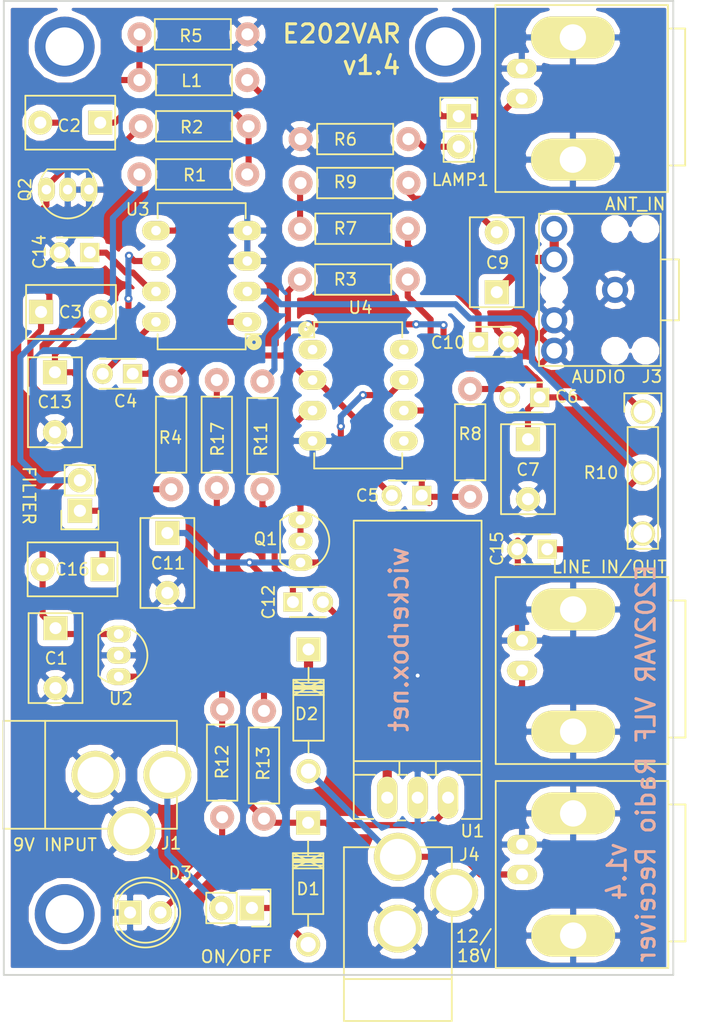
<source format=kicad_pcb>
(kicad_pcb (version 20171130) (host pcbnew "(5.1.12)-1")
  (title_block (title "E202VAR Natural Radio Receiver") (date "16 Oct 2015") (rev v1.4) (company "CERN Open Hardware License v1.2") (comment 1 jenner@wickerbox.net) (comment 2 http://wickerbox.net) (comment 3 "Wickerbox Electronics"))
  (layers (0 F.Cu signal) (31 B.Cu signal) (34 B.Paste user) (35 F.Paste user) (36 B.SilkS user) (37 F.SilkS user) (38 B.Mask user) (39 F.Mask user) (44 Edge.Cuts user))
  (net 0 "")
  (net 1 GND)
  (net 2 "Net-(BNC1-Pad1)")
  (net 3 "Net-(BNC2-Pad1)")
  (net 4 "Net-(BNC3-Pad1)")
  (net 5 +2V)
  (net 6 "Net-(C2-Pad1)")
  (net 7 "Net-(C2-Pad2)")
  (net 8 "Net-(C3-Pad1)")
  (net 9 "Net-(C4-Pad1)")
  (net 10 "Net-(C4-Pad2)")
  (net 11 "Net-(C5-Pad1)")
  (net 12 "Net-(C5-Pad2)")
  (net 13 "Net-(C6-Pad1)")
  (net 14 "Net-(C6-Pad2)")
  (net 15 "Net-(C9-Pad1)")
  (net 16 "Net-(C9-Pad2)")
  (net 17 "Net-(C10-Pad1)")
  (net 18 "Net-(C11-Pad1)")
  (net 19 "Net-(C12-Pad1)")
  (net 20 "Net-(C13-Pad1)")
  (net 21 "Net-(C15-Pad1)")
  (net 22 "Net-(C16-Pad1)")
  (net 23 "Net-(D1-Pad2)")
  (net 24 +9V)
  (net 25 "Net-(D2-Pad1)")
  (net 26 "Net-(D3-Pad2)")
  (net 27 "Net-(J1-Pad1)")
  (net 28 "Net-(LAMP1-Pad2)")
  (net 29 "Net-(R7-Pad1)")
  (net 30 "Net-(C14-Pad1)")
  (module Wickerlib:DIP-8-W7.62MM-LONGPADS (layer F.Cu) (at 88.95588 70.4596 180)
    (fp_text reference U3)
    (fp_text value NJM386 hide)
    (fp_text user %R (at 9.14908 9.38784 180) (layer F.SilkS))
    (pad 1 thru_hole oval (at 0 0 180) (size 2.3 1.6) (drill 0.8) (layers *.Cu *.Mask F.SilkS) (net 9 "Net-(C4-Pad1)"))
    (pad 2 thru_hole oval (at 0 2.54 180) (size 2.3 1.6) (drill 0.8) (layers *.Cu *.Mask F.SilkS) (net 21 "Net-(C15-Pad1)"))
    (pad 3 thru_hole oval (at 0 5.08 180) (size 2.3 1.6) (drill 0.8) (layers *.Cu *.Mask F.SilkS) (net 1 GND))
    (pad 4 thru_hole oval (at 0 7.62 180) (size 2.3 1.6) (drill 0.8) (layers *.Cu *.Mask F.SilkS) (net 1 GND))
    (pad 5 thru_hole oval (at 7.62 7.62 180) (size 2.3 1.6) (drill 0.8) (layers *.Cu *.Mask F.SilkS) (net 29 "Net-(R7-Pad1)"))
    (pad 6 thru_hole oval (at 7.62 5.08 180) (size 2.3 1.6) (drill 0.8) (layers *.Cu *.Mask F.SilkS) (net 20 "Net-(C13-Pad1)"))
    (pad 7 thru_hole oval (at 7.62 2.54 180) (size 2.3 1.6) (drill 0.8) (layers *.Cu *.Mask F.SilkS) (net 30 "Net-(C14-Pad1)"))
    (pad 8 thru_hole oval (at 7.62 0 180) (size 2.3 1.6) (drill 0.8) (layers *.Cu *.Mask F.SilkS) (net 10 "Net-(C4-Pad2)"))
  )
  (module Wickerlib:CONN-ONSHORE-SCREW-GREEN-2PIN-TH (layer F.Cu) (at 74.9808 86.21776 180)
    (fp_text reference J5)
    (fp_text value FILTER hide)
    (pad 1 thru_hole rect (at 0 0 180) (size 2.032 2.032) (drill 1.016) (layers *.Cu *.Mask F.SilkS) (net 22 "Net-(C16-Pad1)"))
    (pad 2 thru_hole oval (at 0 2.54 180) (size 2.032 2.032) (drill 1.016) (layers *.Cu *.Mask F.SilkS) (net 5 +2V))
  )
  (module Wickerlib:RES-CARBONFILM-7MM (layer F.Cu) (at 90.3478 111.91826 90)
    (fp_text reference R13)
    (fp_text value 1K hide)
    (fp_text user %R (at 4.6185 -0.0635 90) (layer F.SilkS))
    (pad 1 thru_hole circle (at 0 0 90) (size 1.99898 1.99898) (drill 1.00076) (layers *.Cu *.SilkS *.Mask) (net 24 +9V))
    (pad 2 thru_hole circle (at 9 0 90) (size 1.99898 1.99898) (drill 1.00076) (layers *.Cu *.SilkS *.Mask) (net 18 "Net-(C11-Pad1)"))
  )
  (module Wickerlib:RES-CARBONFILM-7MM (layer F.Cu) (at 80.06588 54.13248)
    (fp_text reference R2)
    (fp_text value 100K hide)
    (fp_text user %R (at 4.24942 0.08128 180) (layer F.SilkS))
    (pad 1 thru_hole circle (at 0 0) (size 1.99898 1.99898) (drill 1.00076) (layers *.Cu *.SilkS *.Mask) (net 8 "Net-(C3-Pad1)"))
    (pad 2 thru_hole circle (at 9 0) (size 1.99898 1.99898) (drill 1.00076) (layers *.Cu *.SilkS *.Mask) (net 6 "Net-(C2-Pad1)"))
  )
  (module Wickerlib:CAP-DISC-D3MM-P2.5MM (layer F.Cu) (at 79.3858 74.78776 180)
    (fp_text reference C4)
    (fp_text value 10uF hide)
    (fp_text user %R (at 0.595 -2.286) (layer F.SilkS))
    (pad 1 thru_hole rect (at 0 0 180) (size 1.6 1.6) (drill 1) (layers *.Cu *.Mask F.SilkS) (net 9 "Net-(C4-Pad1)"))
    (pad 2 thru_hole circle (at 2.5 0 180) (size 1.7 1.7) (drill 1) (layers *.Cu *.Mask F.SilkS) (net 10 "Net-(C4-Pad2)"))
  )
  (module Wickerlib:CAP-DISC-D3MM-P2.5MM (layer F.Cu) (at 103.5158 84.94776 180)
    (fp_text reference C5)
    (fp_text value 150pF hide)
    (fp_text user %R (at 4.532 0) (layer F.SilkS))
    (pad 1 thru_hole rect (at 0 0 180) (size 1.6 1.6) (drill 1) (layers *.Cu *.Mask F.SilkS) (net 11 "Net-(C5-Pad1)"))
    (pad 2 thru_hole circle (at 2.5 0 180) (size 1.7 1.7) (drill 1) (layers *.Cu *.Mask F.SilkS) (net 12 "Net-(C5-Pad2)"))
  )
  (module Wickerlib:CAP-DISC-D3MM-P2.5MM (layer F.Cu) (at 113.3583 76.75626 180)
    (fp_text reference C6)
    (fp_text value 10uF hide)
    (fp_text user %R (at -2.2625 0.0635 180) (layer F.SilkS))
    (pad 1 thru_hole rect (at 0 0 180) (size 1.6 1.6) (drill 1) (layers *.Cu *.Mask F.SilkS) (net 13 "Net-(C6-Pad1)"))
    (pad 2 thru_hole circle (at 2.5 0 180) (size 1.7 1.7) (drill 1) (layers *.Cu *.Mask F.SilkS) (net 14 "Net-(C6-Pad2)"))
  )
  (module Wickerlib:CAP-DISC-D3MM-P2.5MM (layer F.Cu) (at 108.2548 72.12076)
    (fp_text reference C10)
    (fp_text value 10nF hide)
    (fp_text user %R (at -2.54 0.0635 180) (layer F.SilkS))
    (pad 1 thru_hole rect (at 0 0) (size 1.6 1.6) (drill 1) (layers *.Cu *.Mask F.SilkS) (net 17 "Net-(C10-Pad1)"))
    (pad 2 thru_hole circle (at 2.5 0) (size 1.7 1.7) (drill 1) (layers *.Cu *.Mask F.SilkS) (net 1 GND))
  )
  (module Wickerlib:CAP-DISC-D3MM-P2.5MM (layer F.Cu) (at 92.7608 93.83776)
    (fp_text reference C12)
    (fp_text value 10uF hide)
    (fp_text user %R (at -2.032 0 270) (layer F.SilkS))
    (pad 1 thru_hole rect (at 0 0) (size 1.6 1.6) (drill 1) (layers *.Cu *.Mask F.SilkS) (net 19 "Net-(C12-Pad1)"))
    (pad 2 thru_hole circle (at 2.5 0) (size 1.7 1.7) (drill 1) (layers *.Cu *.Mask F.SilkS) (net 4 "Net-(BNC3-Pad1)"))
  )
  (module Wickerlib:CONN-ONSHORE-SCREW-GREEN-2PIN-TH (layer F.Cu) (at 89.33942 119.36476 270)
    (fp_text reference J2)
    (fp_text value ON/OFF hide)
    (pad 1 thru_hole rect (at 0 0 270) (size 2.032 2.032) (drill 1.016) (layers *.Cu *.Mask F.SilkS) (net 23 "Net-(D1-Pad2)"))
    (pad 2 thru_hole oval (at 0 2.54 270) (size 2.032 2.032) (drill 1.016) (layers *.Cu *.Mask F.SilkS) (net 27 "Net-(J1-Pad1)"))
  )
  (module Wickerlib:CONN-HEADER-STRAIGHT-P2.54MM-1x02 (layer F.Cu) (at 106.60888 53.29428)
    (fp_text reference LAMP1)
    (fp_text value NEON hide)
    (fp_text user %R (at 0.12192 5.30098 180) (layer F.SilkS))
    (pad 1 thru_hole rect (at 0 0) (size 2.032 2.032) (drill 1.016) (layers *.Cu *.Mask F.SilkS) (net 3 "Net-(BNC2-Pad1)"))
    (pad 2 thru_hole oval (at 0 2.54) (size 2.032 2.032) (drill 1.016) (layers *.Cu *.Mask F.SilkS) (net 28 "Net-(LAMP1-Pad2)"))
  )
  (module Wickerlib:TO-92-INLINE-NARROW-OVAL (layer F.Cu) (at 93.3958 87.48776 270)
    (fp_text reference Q1)
    (fp_text value BC547 hide)
    (fp_text user %R (at 1.0795 2.921 180) (layer F.SilkS))
    (pad 2 thru_hole oval (at 1.27 0 90) (size 1.4 2) (drill 0.8) (layers *.Cu *.Mask F.SilkS) (net 8 "Net-(C3-Pad1)"))
    (pad 3 thru_hole oval (at 3.048 0 90) (size 1.4 2) (drill 0.8) (layers *.Cu *.Mask F.SilkS) (net 18 "Net-(C11-Pad1)"))
    (pad 1 thru_hole oval (at -0.508 0 90) (size 1.4 2) (drill 0.8) (layers *.Cu *.Mask F.SilkS) (net 8 "Net-(C3-Pad1)"))
  )
  (module Wickerlib:TO-92-INLINE-NARROW-OVAL (layer F.Cu) (at 75.2348 59.42076 180)
    (fp_text reference Q2)
    (fp_text value BC547 hide)
    (fp_text user %R (at 4.826 0 270) (layer F.SilkS))
    (pad 2 thru_hole oval (at 1.27 0) (size 1.4 2) (drill 0.8) (layers *.Cu *.Mask F.SilkS) (net 1 GND))
    (pad 3 thru_hole oval (at 3.048 0) (size 1.4 2) (drill 0.8) (layers *.Cu *.Mask F.SilkS) (net 8 "Net-(C3-Pad1)"))
    (pad 1 thru_hole oval (at -0.508 0) (size 1.4 2) (drill 0.8) (layers *.Cu *.Mask F.SilkS) (net 1 GND))
  )
  (module Wickerlib:RES-CARBONFILM-7MM (layer F.Cu) (at 88.9508 58.15076 180)
    (fp_text reference R1)
    (fp_text value 10M hide)
    (fp_text user %R (at 4.3815 -0.0635 180) (layer F.SilkS))
    (pad 1 thru_hole circle (at 0 0 180) (size 1.99898 1.99898) (drill 1.00076) (layers *.Cu *.SilkS *.Mask) (net 6 "Net-(C2-Pad1)"))
    (pad 2 thru_hole circle (at 9 0 180) (size 1.99898 1.99898) (drill 1.00076) (layers *.Cu *.SilkS *.Mask) (net 5 +2V))
  )
  (module Wickerlib:RES-CARBONFILM-7MM (layer F.Cu) (at 93.34422 66.92392)
    (fp_text reference R3)
    (fp_text value 100K hide)
    (fp_text user %R (at 3.79808 -0.01016) (layer F.SilkS))
    (pad 1 thru_hole circle (at 0 0) (size 1.99898 1.99898) (drill 1.00076) (layers *.Cu *.SilkS *.Mask) (net 12 "Net-(C5-Pad2)"))
    (pad 2 thru_hole circle (at 9 0) (size 1.99898 1.99898) (drill 1.00076) (layers *.Cu *.SilkS *.Mask) (net 11 "Net-(C5-Pad1)"))
  )
  (module Wickerlib:RES-CARBONFILM-7MM (layer F.Cu) (at 82.6008 75.42276 270)
    (fp_text reference R4)
    (fp_text value 3.3k hide)
    (fp_text user %R (at 4.699 0.0635) (layer F.SilkS))
    (pad 1 thru_hole circle (at 0 0 270) (size 1.99898 1.99898) (drill 1.00076) (layers *.Cu *.SilkS *.Mask) (net 12 "Net-(C5-Pad2)"))
    (pad 2 thru_hole circle (at 9 0 270) (size 1.99898 1.99898) (drill 1.00076) (layers *.Cu *.SilkS *.Mask) (net 22 "Net-(C16-Pad1)"))
  )
  (module Wickerlib:RES-CARBONFILM-7MM (layer F.Cu) (at 79.96604 46.45914)
    (fp_text reference R5)
    (fp_text value 10M hide)
    (fp_text user %R (at 4.28576 0.13462) (layer F.SilkS))
    (pad 1 thru_hole circle (at 0 0) (size 1.99898 1.99898) (drill 1.00076) (layers *.Cu *.SilkS *.Mask) (net 7 "Net-(C2-Pad2)"))
    (pad 2 thru_hole circle (at 9 0) (size 1.99898 1.99898) (drill 1.00076) (layers *.Cu *.SilkS *.Mask) (net 1 GND))
  )
  (module Wickerlib:RES-CARBONFILM-7MM (layer F.Cu) (at 102.40342 55.20182 180)
    (fp_text reference R6)
    (fp_text value 100K hide)
    (fp_text user %R (at 5.26112 -0.02794 180) (layer F.SilkS))
    (pad 1 thru_hole circle (at 0 0 180) (size 1.99898 1.99898) (drill 1.00076) (layers *.Cu *.SilkS *.Mask) (net 28 "Net-(LAMP1-Pad2)"))
    (pad 2 thru_hole circle (at 9 0 180) (size 1.99898 1.99898) (drill 1.00076) (layers *.Cu *.SilkS *.Mask) (net 1 GND))
  )
  (module Wickerlib:RES-CARBONFILM-7MM (layer F.Cu) (at 93.36024 62.68466)
    (fp_text reference R7)
    (fp_text value 10 hide)
    (fp_text user %R (at 3.78206 -0.0254) (layer F.SilkS))
    (pad 1 thru_hole circle (at 0 0) (size 1.99898 1.99898) (drill 1.00076) (layers *.Cu *.SilkS *.Mask) (net 29 "Net-(R7-Pad1)"))
    (pad 2 thru_hole circle (at 9 0) (size 1.99898 1.99898) (drill 1.00076) (layers *.Cu *.SilkS *.Mask) (net 17 "Net-(C10-Pad1)"))
  )
  (module Wickerlib:HOLE-PLATED-3.2MM (layer F.Cu) (at 73.7108 47.48276)
    (fp_text reference H2)
    (fp_text value HOLE-PLATED-3.2MM hide)
    (pad 1 thru_hole circle (at 0 0) (size 5 5) (drill 3.2) (layers *.Cu *.Mask))
  )
  (module Wickerlib:HOLE-PLATED-3.2MM (layer F.Cu) (at 73.7108 119.87276)
    (fp_text reference H3)
    (fp_text value HOLE-PLATED-3.2MM hide)
    (pad 1 thru_hole circle (at 0 0) (size 5 5) (drill 3.2) (layers *.Cu *.Mask))
  )
  (module Wickerlib:HOLE-PLATED-3.2MM (layer F.Cu) (at 105.4608 47.48276)
    (fp_text reference H1)
    (fp_text value HOLE-PLATED-3.2MM hide)
    (pad 1 thru_hole circle (at 0 0) (size 5 5) (drill 3.2) (layers *.Cu *.Mask))
  )
  (module Wickerlib:RES-CARBONFILM-7MM (layer F.Cu) (at 107.5563 76.05776 270)
    (fp_text reference R8)
    (fp_text value 10K hide)
    (fp_text user %R (at 3.7465 0 180) (layer F.SilkS))
    (pad 1 thru_hole circle (at 0 0 270) (size 1.99898 1.99898) (drill 1.00076) (layers *.Cu *.SilkS *.Mask) (net 14 "Net-(C6-Pad2)"))
    (pad 2 thru_hole circle (at 9 0 270) (size 1.99898 1.99898) (drill 1.00076) (layers *.Cu *.SilkS *.Mask) (net 11 "Net-(C5-Pad1)"))
  )
  (module Wickerlib:RES-CARBONFILM-7MM (layer F.Cu) (at 102.40342 58.86704 180)
    (fp_text reference R9)
    (fp_text value 33 hide)
    (fp_text user %R (at 5.26112 0.08128 180) (layer F.SilkS))
    (pad 1 thru_hole circle (at 0 0 180) (size 1.99898 1.99898) (drill 1.00076) (layers *.Cu *.SilkS *.Mask) (net 16 "Net-(C9-Pad2)"))
    (pad 2 thru_hole circle (at 9 0 180) (size 1.99898 1.99898) (drill 1.00076) (layers *.Cu *.SilkS *.Mask) (net 29 "Net-(R7-Pad1)"))
  )
  (module Wickerlib:RES-CARBONFILM-7MM (layer F.Cu) (at 90.2208 84.42276 90)
    (fp_text reference R11)
    (fp_text value 4.7K hide)
    (fp_text user %R (at 4.174 -0.127 90) (layer F.SilkS))
    (pad 1 thru_hole circle (at 0 0 90) (size 1.99898 1.99898) (drill 1.00076) (layers *.Cu *.SilkS *.Mask) (net 19 "Net-(C12-Pad1)"))
    (pad 2 thru_hole circle (at 9 0 90) (size 1.99898 1.99898) (drill 1.00076) (layers *.Cu *.SilkS *.Mask) (net 13 "Net-(C6-Pad1)"))
  )
  (module Wickerlib:RES-CARBONFILM-7MM (layer F.Cu) (at 86.8553 102.79126 270)
    (fp_text reference R12)
    (fp_text value 2.2K hide)
    (fp_text user %R (at 4.3815 0 270) (layer F.SilkS))
    (pad 1 thru_hole circle (at 0 0 270) (size 1.99898 1.99898) (drill 1.00076) (layers *.Cu *.SilkS *.Mask) (net 24 +9V))
    (pad 2 thru_hole circle (at 9 0 270) (size 1.99898 1.99898) (drill 1.00076) (layers *.Cu *.SilkS *.Mask) (net 26 "Net-(D3-Pad2)"))
  )
  (module Wickerlib:RES-CARBONFILM-7MM (layer F.Cu) (at 86.4108 84.31276 90)
    (fp_text reference R17)
    (fp_text value 33 hide)
    (fp_text user %R (at 4.064 0.0635 270) (layer F.SilkS))
    (pad 1 thru_hole circle (at 0 0 90) (size 1.99898 1.99898) (drill 1.00076) (layers *.Cu *.SilkS *.Mask) (net 24 +9V))
    (pad 2 thru_hole circle (at 9 0 90) (size 1.99898 1.99898) (drill 1.00076) (layers *.Cu *.SilkS *.Mask) (net 20 "Net-(C13-Pad1)"))
  )
  (module Wickerlib:TO-92-INLINE-NARROW-OVAL (layer F.Cu) (at 78.2193 97.01276 270)
    (fp_text reference U2)
    (fp_text value TLE2426 hide)
    (fp_text user %R (at 4.8895 -0.1905) (layer F.SilkS))
    (pad 2 thru_hole oval (at 1.27 0 90) (size 1.4 2) (drill 0.8) (layers *.Cu *.Mask F.SilkS) (net 1 GND))
    (pad 3 thru_hole oval (at 3.048 0 90) (size 1.4 2) (drill 0.8) (layers *.Cu *.Mask F.SilkS) (net 24 +9V))
    (pad 1 thru_hole oval (at -0.508 0 90) (size 1.4 2) (drill 0.8) (layers *.Cu *.Mask F.SilkS) (net 5 +2V))
  )
  (module Wickerlib:RES-CARBONFILM-7MM (layer F.Cu) (at 88.9508 50.27676 180)
    (fp_text reference L1)
    (fp_text value 3.3UH hide)
    (fp_text user %R (at 4.6355 -0.0635) (layer F.SilkS))
    (pad 1 thru_hole circle (at 0 0 180) (size 1.99898 1.99898) (drill 1.00076) (layers *.Cu *.SilkS *.Mask) (net 3 "Net-(BNC2-Pad1)"))
    (pad 2 thru_hole circle (at 9 0 180) (size 1.99898 1.99898) (drill 1.00076) (layers *.Cu *.SilkS *.Mask) (net 7 "Net-(C2-Pad2)"))
  )
  (module Wickerlib:LED-D5MM-2PIN (layer F.Cu) (at 79.1718 119.74576)
    (fp_text reference D3)
    (fp_text value BLUE hide)
    (fp_text user %R (at 4.191 -3.302) (layer F.SilkS))
    (pad 1 thru_hole rect (at 0 0 90) (size 2 1.9) (drill 1.00076) (layers *.Cu *.Mask F.SilkS) (net 1 GND))
    (pad 2 thru_hole circle (at 2.54 0) (size 1.9 1.9) (drill 1.00076) (layers *.Cu *.Mask F.SilkS) (net 26 "Net-(D3-Pad2)"))
  )
  (module Wickerlib:CAP-DISC-D7.5MM-P5MM (layer F.Cu) (at 82.2833 88.07576 270)
    (fp_text reference C11)
    (fp_text value 100nF hide)
    (fp_text user %R (at 2.5235 -0.0635) (layer F.SilkS))
    (pad 1 thru_hole rect (at 0 0 270) (size 2 2) (drill 1) (layers *.Cu *.Mask F.SilkS) (net 18 "Net-(C11-Pad1)"))
    (pad 2 thru_hole circle (at 5 0 270) (size 2 2) (drill 1) (layers *.Cu *.Mask F.SilkS) (net 1 GND))
  )
  (module Wickerlib:DIP-8-W7.62MM-LONGPADS (layer F.Cu) (at 94.40164 72.77354)
    (fp_text reference U4)
    (fp_text value TL081CP hide)
    (fp_text user %R (at 4 -3.5) (layer F.SilkS))
    (pad 1 thru_hole oval (at 0 0) (size 2.3 1.6) (drill 0.8) (layers *.Cu *.Mask F.SilkS))
    (pad 2 thru_hole oval (at 0 2.54) (size 2.3 1.6) (drill 0.8) (layers *.Cu *.Mask F.SilkS) (net 12 "Net-(C5-Pad2)"))
    (pad 3 thru_hole oval (at 0 5.08) (size 2.3 1.6) (drill 0.8) (layers *.Cu *.Mask F.SilkS) (net 8 "Net-(C3-Pad1)"))
    (pad 4 thru_hole oval (at 0 7.62) (size 2.3 1.6) (drill 0.8) (layers *.Cu *.Mask F.SilkS) (net 1 GND))
    (pad 5 thru_hole oval (at 7.62 7.62) (size 2.3 1.6) (drill 0.8) (layers *.Cu *.Mask F.SilkS))
    (pad 6 thru_hole oval (at 7.62 5.08) (size 2.3 1.6) (drill 0.8) (layers *.Cu *.Mask F.SilkS) (net 11 "Net-(C5-Pad1)"))
    (pad 7 thru_hole oval (at 7.62 2.54) (size 2.3 1.6) (drill 0.8) (layers *.Cu *.Mask F.SilkS) (net 18 "Net-(C11-Pad1)"))
    (pad 8 thru_hole oval (at 7.62 0) (size 2.3 1.6) (drill 0.8) (layers *.Cu *.Mask F.SilkS))
  )
  (module Wickerlib:RES-TRIMPOT-TTELEC-P160-TH (layer F.Cu) (at 121.9708 77.96276)
    (fp_text reference R10)
    (fp_text value 10K hide)
    (fp_text user %R (at -3.4925 5.08 180) (layer F.SilkS))
    (pad 1 thru_hole circle (at 0 0) (size 2.032 2.032) (drill 1.524) (layers *.Cu *.Mask F.SilkS) (net 13 "Net-(C6-Pad1)"))
    (pad 2 thru_hole circle (at 0 5.08) (size 2.032 2.032) (drill 1.524) (layers *.Cu *.Mask F.SilkS) (net 21 "Net-(C15-Pad1)"))
    (pad 3 thru_hole circle (at 0 10.16) (size 2.032 2.032) (drill 1.524) (layers *.Cu *.Mask F.SilkS) (net 1 GND))
  )
  (module Wickerlib:DIODE-DO-41 (layer F.Cu) (at 94.06382 97.78746 270)
    (fp_text reference D2)
    (fp_text value 1N4001 hide)
    (fp_text user %R (at 5.3848 0.16002 180) (layer F.SilkS))
    (pad 2 thru_hole circle (at 10.16 -0.00254 90) (size 1.99898 1.99898) (drill 1.27) (layers *.Cu *.Mask F.SilkS) (net 2 "Net-(BNC1-Pad1)"))
    (pad 1 thru_hole rect (at 0 -0.00254 90) (size 1.99898 1.99898) (drill 1.00076) (layers *.Cu *.Mask F.SilkS) (net 25 "Net-(D2-Pad1)"))
  )
  (module Wickerlib:DIODE-DO-41 (layer F.Cu) (at 94.02826 112.25276 270)
    (fp_text reference D1)
    (fp_text value 1N4001 hide)
    (fp_text user %R (at 5.5245 -0.00254) (layer F.SilkS))
    (pad 2 thru_hole circle (at 10.16 -0.00254 90) (size 1.99898 1.99898) (drill 1.27) (layers *.Cu *.Mask F.SilkS) (net 23 "Net-(D1-Pad2)"))
    (pad 1 thru_hole rect (at 0 -0.00254 90) (size 1.99898 1.99898) (drill 1.00076) (layers *.Cu *.Mask F.SilkS) (net 24 +9V))
  )
  (module Wickerlib:CAP-DISC-D7.5MM-P5MM (layer F.Cu) (at 76.8693 91.10726 180)
    (fp_text reference C16)
    (fp_text value 4.7nF hide)
    (fp_text user %R (at 2.5235 0 180) (layer F.SilkS))
    (pad 1 thru_hole rect (at 0 0 180) (size 2 2) (drill 1) (layers *.Cu *.Mask F.SilkS) (net 22 "Net-(C16-Pad1)"))
    (pad 2 thru_hole circle (at 5 0 180) (size 2 2) (drill 1) (layers *.Cu *.Mask F.SilkS) (net 5 +2V))
  )
  (module Wickerlib:CAP-DISC-D7.5MM-P5MM (layer F.Cu) (at 72.898 74.66202 270)
    (fp_text reference C13)
    (fp_text value 100uF hide)
    (fp_text user %R (at 2.47524 0.0127) (layer F.SilkS))
    (pad 1 thru_hole rect (at 0 0 270) (size 2 2) (drill 1) (layers *.Cu *.Mask F.SilkS) (net 20 "Net-(C13-Pad1)"))
    (pad 2 thru_hole circle (at 5 0 270) (size 2 2) (drill 1) (layers *.Cu *.Mask F.SilkS) (net 1 GND))
  )
  (module Wickerlib:CAP-DISC-D7.5MM-P5MM (layer F.Cu) (at 109.7788 67.97676 90)
    (fp_text reference C9)
    (fp_text value 100uF hide)
    (fp_text user %R (at 2.46 0.0635 180) (layer F.SilkS))
    (pad 1 thru_hole rect (at 0 0 90) (size 2 2) (drill 1) (layers *.Cu *.Mask F.SilkS) (net 15 "Net-(C9-Pad1)"))
    (pad 2 thru_hole circle (at 5 0 90) (size 2 2) (drill 1) (layers *.Cu *.Mask F.SilkS) (net 16 "Net-(C9-Pad2)"))
  )
  (module Wickerlib:CAP-DISC-D7.5MM-P5MM (layer F.Cu) (at 112.3823 80.24876 270)
    (fp_text reference C7)
    (fp_text value 4.7nF hide)
    (fp_text user %R (at 2.54 0) (layer F.SilkS))
    (pad 1 thru_hole rect (at 0 0 270) (size 2 2) (drill 1) (layers *.Cu *.Mask F.SilkS) (net 13 "Net-(C6-Pad1)"))
    (pad 2 thru_hole circle (at 5 0 270) (size 2 2) (drill 1) (layers *.Cu *.Mask F.SilkS) (net 1 GND))
  )
  (module Wickerlib:CAP-DISC-D7.5MM-P5MM (layer F.Cu) (at 71.73976 69.62648)
    (fp_text reference C3)
    (fp_text value 8.2pF hide)
    (fp_text user %R (at 2.45 0.01778) (layer F.SilkS))
    (pad 1 thru_hole rect (at 0 0) (size 2 2) (drill 1) (layers *.Cu *.Mask F.SilkS) (net 8 "Net-(C3-Pad1)"))
    (pad 2 thru_hole circle (at 5 0) (size 2 2) (drill 1) (layers *.Cu *.Mask F.SilkS) (net 5 +2V))
  )
  (module Wickerlib:CAP-DISC-D7.5MM-P5MM (layer F.Cu) (at 76.6788 53.83276 180)
    (fp_text reference C2)
    (fp_text value 100nF hide)
    (fp_text user %R (at 2.587 -0.254 180) (layer F.SilkS))
    (pad 1 thru_hole rect (at 0 0 180) (size 2 2) (drill 1) (layers *.Cu *.Mask F.SilkS) (net 6 "Net-(C2-Pad1)"))
    (pad 2 thru_hole circle (at 5 0 180) (size 2 2) (drill 1) (layers *.Cu *.Mask F.SilkS) (net 7 "Net-(C2-Pad2)"))
  )
  (module Wickerlib:CAP-DISC-D7.5MM-P5MM (layer F.Cu) (at 72.9488 96.01326 270)
    (fp_text reference C1)
    (fp_text value 33nF hide)
    (fp_text user %R (at 2.5235 -0.0635) (layer F.SilkS))
    (pad 1 thru_hole rect (at 0 0 270) (size 2 2) (drill 1) (layers *.Cu *.Mask F.SilkS) (net 5 +2V))
    (pad 2 thru_hole circle (at 5 0 270) (size 2 2) (drill 1) (layers *.Cu *.Mask F.SilkS) (net 1 GND))
  )
  (module Wickerlib:CONN-BARREL-JACK-2.5x5.5MM-TH (layer F.Cu) (at 82.28316 108.35226)
    (fp_text reference J1)
    (fp_text value 9V hide)
    (fp_text user %R (at 0.31764 5.615) (layer F.SilkS))
    (pad 1 thru_hole circle (at 0.00014 -0.1) (size 4 4) (drill 2.99974) (layers *.Cu *.Mask F.SilkS) (net 27 "Net-(J1-Pad1)"))
    (pad 2 thru_hole circle (at -5.99934 -0.1) (size 4 4) (drill 2.99974) (layers *.Cu *.Mask F.SilkS) (net 1 GND))
    (pad 3 thru_hole circle (at -2.9996 4.599) (size 4 4) (drill 2.99974) (layers *.Cu *.Mask F.SilkS) (net 1 GND))
  )
  (module Wickerlib:CONN-BARREL-JACK-2.5x5.5MM-TH (layer F.Cu) (at 101.6238 115.09516 90)
    (fp_text reference J4)
    (fp_text value 12V/18V hide)
    (fp_text user %R (at 0.1754 5.869 180) (layer F.SilkS))
    (pad 1 thru_hole circle (at 0.00014 -0.1 90) (size 4 4) (drill 2.99974) (layers *.Cu *.Mask F.SilkS) (net 2 "Net-(BNC1-Pad1)"))
    (pad 2 thru_hole circle (at -5.99934 -0.1 90) (size 4 4) (drill 2.99974) (layers *.Cu *.Mask F.SilkS) (net 1 GND))
    (pad 3 thru_hole circle (at -2.9996 4.599 90) (size 4 4) (drill 2.99974) (layers *.Cu *.Mask F.SilkS) (net 1 GND))
  )
  (module Wickerlib:SJ1-3523N (layer F.Cu) (at 119.65178 65.24498 180)
    (fp_text reference J3)
    (fp_text value HEADPHONES hide)
    (fp_text user %R (at -3.08102 -9.779 180) (layer F.SilkS))
    (pad 4 thru_hole circle (at 5.08 -7.62 180) (size 2.1844 2.1844) (drill 1.2954) (layers *.Cu *.Mask) (net 1 GND))
    (pad 3 thru_hole circle (at 5.08 -5.08 180) (size 2.1844 2.1844) (drill 1.2954) (layers *.Cu *.Mask) (net 1 GND))
    (pad "" np_thru_hole circle (at 5.08 -2.54 180) (size 1.2954 1.2954) (drill 1.2954) (layers *.Cu))
    (pad 2 thru_hole circle (at 5.08 0 180) (size 2.1844 2.1844) (drill 1.2954) (layers *.Cu *.Mask) (net 15 "Net-(C9-Pad1)"))
    (pad 1 thru_hole circle (at 5.08 2.54 180) (size 2.1844 2.1844) (drill 1.2954) (layers *.Cu *.Mask) (net 15 "Net-(C9-Pad1)"))
    (pad 5 thru_hole circle (at 0 -2.54 180) (size 2.1844 2.1844) (drill 1.2954) (layers *.Cu *.Mask) (net 1 GND))
    (pad "" np_thru_hole circle (at 0 -7.62 180) (size 1.2954 1.2954) (drill 1.2954) (layers *.Cu))
    (pad "" np_thru_hole circle (at -2.54 -7.62 180) (size 1.2954 1.2954) (drill 1.2954) (layers *.Cu))
    (pad "" np_thru_hole circle (at 0 2.54 180) (size 1.2954 1.2954) (drill 1.2954) (layers *.Cu))
    (pad "" np_thru_hole circle (at -2.54 2.54 180) (size 1.2954 1.2954) (drill 1.2954) (layers *.Cu))
  )
  (module Wickerlib:CONN-BNC-TECONN-1-1634612-0 (layer F.Cu) (at 116.8908 116.57076 270)
    (fp_text reference BNC1)
    (fp_text value 12/18V hide)
    (pad 2 thru_hole oval (at -5.09778 0.7366 270) (size 3.50012 7.00024) (drill 2.19964) (layers *.Cu *.Mask F.SilkS) (net 1 GND))
    (pad 2 thru_hole oval (at 5.10032 0.7366 270) (size 3.50012 7.00024) (drill 2.19964) (layers *.Cu *.Mask F.SilkS) (net 1 GND))
    (pad 1 thru_hole oval (at 0 5.00126 270) (size 1.6002 2.49936) (drill 1.00076) (layers *.Cu *.Mask F.SilkS) (net 2 "Net-(BNC1-Pad1)"))
    (pad 2 thru_hole oval (at -2.49936 5.00126 270) (size 1.6002 2.49936) (drill 1.00076) (layers *.Cu *.Mask F.SilkS) (net 1 GND))
  )
  (module Wickerlib:CONN-BNC-TECONN-1-1634612-0 (layer F.Cu) (at 116.8654 51.81854 270)
    (fp_text reference BNC2)
    (fp_text value "ANT IN" hide)
    (pad 2 thru_hole oval (at -5.09778 0.7366 270) (size 3.50012 7.00024) (drill 2.19964) (layers *.Cu *.Mask F.SilkS) (net 1 GND))
    (pad 2 thru_hole oval (at 5.10032 0.7366 270) (size 3.50012 7.00024) (drill 2.19964) (layers *.Cu *.Mask F.SilkS) (net 1 GND))
    (pad 1 thru_hole oval (at 0 5.00126 270) (size 1.6002 2.49936) (drill 1.00076) (layers *.Cu *.Mask F.SilkS) (net 3 "Net-(BNC2-Pad1)"))
    (pad 2 thru_hole oval (at -2.49936 5.00126 270) (size 1.6002 2.49936) (drill 1.00076) (layers *.Cu *.Mask F.SilkS) (net 1 GND))
  )
  (module Wickerlib:CONN-BNC-TECONN-1-1634612-0 (layer F.Cu) (at 116.8908 99.55276 270)
    (fp_text reference BNC3)
    (fp_text value "LINE IN/OUT" hide)
    (pad 2 thru_hole oval (at -5.09778 0.7366 270) (size 3.50012 7.00024) (drill 2.19964) (layers *.Cu *.Mask F.SilkS) (net 1 GND))
    (pad 2 thru_hole oval (at 5.10032 0.7366 270) (size 3.50012 7.00024) (drill 2.19964) (layers *.Cu *.Mask F.SilkS) (net 1 GND))
    (pad 1 thru_hole oval (at 0 5.00126 270) (size 1.6002 2.49936) (drill 1.00076) (layers *.Cu *.Mask F.SilkS) (net 4 "Net-(BNC3-Pad1)"))
    (pad 2 thru_hole oval (at -2.49936 5.00126 270) (size 1.6002 2.49936) (drill 1.00076) (layers *.Cu *.Mask F.SilkS) (net 1 GND))
  )
  (module Wickerlib:TO-220-NEUTRAL123-HORZ-LONGPADS (layer F.Cu) (at 103.1748 110.15726)
    (fp_text reference U1)
    (fp_text value MC7809 hide)
    (fp_text user %R (at 4.572 2.794) (layer F.SilkS))
    (pad 2 thru_hole oval (at 0 0 90) (size 3.50012 1.69926) (drill 1.00076) (layers *.Cu *.Mask F.SilkS) (net 1 GND))
    (pad 1 thru_hole oval (at -2.54 0 90) (size 3.50012 1.69926) (drill 1.00076) (layers *.Cu *.Mask F.SilkS) (net 25 "Net-(D2-Pad1)"))
    (pad 3 thru_hole oval (at 2.54 0 90) (size 3.50012 1.69926) (drill 1.00076) (layers *.Cu *.Mask F.SilkS) (net 24 +9V))
    (pad 2 smd rect (at 0 -15.494) (size 7 10) (layers F.Cu F.Mask) (net 1 GND))
  )
  (module Wickerlib:CAP-DISC-D3MM-P2.5MM (layer F.Cu) (at 75.8063 64.66586 180)
    (fp_text reference C14)
    (fp_text value 22nF hide)
    (fp_text user %R (at 4.2 0.05 270) (layer F.SilkS))
    (pad 1 thru_hole rect (at 0 0 180) (size 1.6 1.6) (drill 1) (layers *.Cu *.Mask F.SilkS) (net 30 "Net-(C14-Pad1)"))
    (pad 2 thru_hole circle (at 2.5 0 180) (size 1.7 1.7) (drill 1) (layers *.Cu *.Mask F.SilkS) (net 1 GND))
  )
  (module Wickerlib:CAP-DISC-D3MM-P2.5MM (layer F.Cu) (at 113.9933 89.43086 180)
    (fp_text reference C15)
    (fp_text value 22nF hide)
    (fp_text user %R (at 4.2 0.05 270) (layer F.SilkS))
    (pad 1 thru_hole rect (at 0 0 180) (size 1.6 1.6) (drill 1) (layers *.Cu *.Mask F.SilkS) (net 21 "Net-(C15-Pad1)"))
    (pad 2 thru_hole circle (at 2.5 0 180) (size 1.7 1.7) (drill 1) (layers *.Cu *.Mask F.SilkS) (net 1 GND))
  )
  (gr_text v1.4 (at 99.314 49.04486) (layer F.SilkS) (effects (font (size 1.524 1.524) (thickness 0.254))))
  (gr_text E202VAR (at 96.8375 46.41596) (layer F.SilkS) (effects (font (size 1.524 1.524) (thickness 0.254))))
  (gr_text "9V INPUT" (at 72.8853 114.09426) (layer F.SilkS) (effects (font (size 1.016 1.016) (thickness 0.1524))))
  (gr_text AUDIO (at 118.2878 75.04176) (layer F.SilkS) (effects (font (size 1.016 1.016) (thickness 0.1524))))
  (gr_text "LINE IN/OUT" (at 119.1768 90.91676) (layer F.SilkS) (effects (font (size 1.016 1.016) (thickness 0.1524))))
  (gr_text ANT_IN (at 121.3358 60.62726) (layer F.SilkS) (effects (font (size 1.016 1.016) (thickness 0.1524))))
  (gr_text "12/\n18V" (at 107.8738 122.53976) (layer F.SilkS) (effects (font (size 1.016 1.016) (thickness 0.1524))))
  (gr_text FILTER (at 70.7263 84.94776 270) (layer F.SilkS) (effects (font (size 1.016 1.016) (thickness 0.1524))))
  (gr_text ON/OFF (at 88.06688 123.42876) (layer F.SilkS) (effects (font (size 1.016 1.016) (thickness 0.1524))))
  (gr_text v1.4 (at 119.8118 116.31676 90) (layer B.SilkS) (effects (font (size 1.524 1.524) (thickness 0.254)) (justify mirror)))
  (gr_text wickerbox.net (at 101.6127 96.94926 90) (layer B.SilkS) (effects (font (size 1.524 1.524) (thickness 0.254)) (justify mirror)))
  (gr_text "E202VAR VLF Radio Receiver" (at 122.2248 107.29976 90) (layer B.SilkS) (effects (font (size 1.524 1.524) (thickness 0.254)) (justify mirror)))
  (gr_line (start 123.2408 43.67276) (end 124.5108 43.67276) (layer Edge.Cuts) (width 0.1524))
  (gr_line (start 68.6308 43.67276) (end 123.2408 43.67276) (layer Edge.Cuts) (width 0.1524))
  (gr_line (start 68.6308 124.95276) (end 68.6308 43.67276) (layer Edge.Cuts) (width 0.1524))
  (gr_line (start 124.5108 124.95276) (end 68.6308 124.95276) (layer Edge.Cuts) (width 0.1524))
  (gr_line (start 124.5108 43.67276) (end 124.5108 124.95276) (layer Edge.Cuts) (width 0.1524))
  (segment (start 75.7428 59.42076) (end 75.7428 62.2935) (width 0.508) (layer F.Cu) (net 1))
  (segment (start 73.9648 59.42076) (end 75.7428 59.42076) (width 0.508) (layer F.Cu) (net 1))
  (segment (start 111.5333 88.69426) (end 111.5333 96.69716) (width 0.508) (layer F.Cu) (net 1))
  (segment (start 111.5333 96.69716) (end 111.88954 97.0534) (width 0.508) (layer F.Cu) (net 1))
  (segment (start 88.95588 62.8396) (end 88.95588 65.3796) (width 0.508) (layer F.Cu) (net 1))
  (segment (start 103.1748 99.97186) (end 103.1748 94.66326) (width 0.254) (layer F.Cu) (net 1))
  (via (at 103.1748 99.97186) (size 0.6858) (drill 0.3302) (layers F.Cu B.Cu) (net 1))
  (segment (start 103.1113 111.18469) (end 103.1113 110.28426) (width 0.508) (layer F.Cu) (net 1))
  (segment (start 94.06636 107.94746) (end 101.21392 115.09502) (width 0.508) (layer B.Cu) (net 2))
  (segment (start 101.21392 115.09502) (end 101.5238 115.09502) (width 0.508) (layer B.Cu) (net 2))
  (segment (start 111.88954 116.57076) (end 110.49254 116.57076) (width 0.508) (layer F.Cu) (net 2))
  (segment (start 110.49254 116.57076) (end 110.0328 116.57076) (width 0.508) (layer F.Cu) (net 2))
  (segment (start 101.5238 115.09502) (end 106.934902 115.09502) (width 0.508) (layer F.Cu) (net 2))
  (segment (start 108.410642 116.57076) (end 110.49254 116.57076) (width 0.508) (layer F.Cu) (net 2))
  (segment (start 106.934902 115.09502) (end 108.410642 116.57076) (width 0.508) (layer F.Cu) (net 2))
  (segment (start 103.9622 52.05476) (end 90.7288 52.05476) (width 0.508) (layer F.Cu) (net 3))
  (segment (start 90.7288 52.05476) (end 88.9508 50.27676) (width 0.508) (layer F.Cu) (net 3))
  (segment (start 105.20172 53.29428) (end 103.9622 52.05476) (width 0.508) (layer F.Cu) (net 3))
  (segment (start 106.60888 53.29428) (end 105.20172 53.29428) (width 0.508) (layer F.Cu) (net 3))
  (segment (start 106.7308 53.32476) (end 109.90834 53.32476) (width 0.508) (layer F.Cu) (net 3))
  (segment (start 109.90834 53.32476) (end 111.41456 51.81854) (width 0.508) (layer F.Cu) (net 3))
  (segment (start 111.41456 51.81854) (end 111.86414 51.81854) (width 0.508) (layer F.Cu) (net 3))
  (segment (start 111.88954 99.55276) (end 111.88954 100.86086) (width 0.508) (layer F.Cu) (net 4))
  (segment (start 111.88954 100.86086) (end 111.03864 101.71176) (width 0.508) (layer F.Cu) (net 4))
  (segment (start 111.03864 101.71176) (end 100.5078 101.71176) (width 0.508) (layer F.Cu) (net 4))
  (segment (start 100.5078 101.71176) (end 97.2058 98.40976) (width 0.508) (layer F.Cu) (net 4))
  (segment (start 97.2058 98.40976) (end 97.2058 95.74276) (width 0.508) (layer F.Cu) (net 4))
  (segment (start 97.2058 95.74276) (end 95.15666 93.69362) (width 0.508) (layer F.Cu) (net 4))
  (segment (start 71.5772 71.80326) (end 74.56298 71.80326) (width 0.508) (layer B.Cu) (net 5))
  (segment (start 74.56298 71.80326) (end 76.73976 69.62648) (width 0.508) (layer B.Cu) (net 5))
  (segment (start 70.0151 73.36536) (end 71.5772 71.80326) (width 0.508) (layer B.Cu) (net 5))
  (segment (start 70.0151 81.97596) (end 70.0151 73.36536) (width 0.508) (layer B.Cu) (net 5))
  (segment (start 71.7169 83.67776) (end 70.0151 81.97596) (width 0.508) (layer B.Cu) (net 5))
  (segment (start 74.9808 83.67776) (end 71.7169 83.67776) (width 0.508) (layer B.Cu) (net 5))
  (segment (start 74.9808 83.67776) (end 73.54396 83.67776) (width 0.508) (layer F.Cu) (net 5))
  (segment (start 73.54396 83.67776) (end 71.8693 85.35242) (width 0.508) (layer F.Cu) (net 5))
  (segment (start 71.8693 85.35242) (end 71.8693 89.693047) (width 0.508) (layer F.Cu) (net 5))
  (segment (start 71.8693 89.693047) (end 71.8693 91.10726) (width 0.508) (layer F.Cu) (net 5))
  (segment (start 71.8693 91.10726) (end 71.8693 94.93376) (width 0.508) (layer F.Cu) (net 5))
  (segment (start 71.8693 94.93376) (end 72.9488 96.01326) (width 0.508) (layer F.Cu) (net 5))
  (segment (start 78.2193 96.50476) (end 73.4403 96.50476) (width 0.508) (layer F.Cu) (net 5))
  (segment (start 73.4403 96.50476) (end 72.9488 96.01326) (width 0.508) (layer F.Cu) (net 5))
  (segment (start 79.9508 58.15076) (end 79.9508 59.564252) (width 0.508) (layer B.Cu) (net 5))
  (segment (start 79.9508 59.564252) (end 77.739759 61.775293) (width 0.508) (layer B.Cu) (net 5))
  (segment (start 77.739759 61.775293) (end 77.739759 68.626481) (width 0.508) (layer B.Cu) (net 5))
  (segment (start 77.739759 68.626481) (end 76.73976 69.62648) (width 0.508) (layer B.Cu) (net 5))
  (segment (start 89.06588 54.13248) (end 89.06588 58.03568) (width 0.508) (layer F.Cu) (net 6))
  (segment (start 89.06588 58.03568) (end 88.9508 58.15076) (width 0.508) (layer F.Cu) (net 6))
  (segment (start 79.4108 52.30876) (end 87.24216 52.30876) (width 0.508) (layer F.Cu) (net 6))
  (segment (start 87.24216 52.30876) (end 89.06588 54.13248) (width 0.508) (layer F.Cu) (net 6))
  (segment (start 76.6788 53.83276) (end 77.8868 53.83276) (width 0.508) (layer F.Cu) (net 6))
  (segment (start 77.8868 53.83276) (end 79.4108 52.30876) (width 0.508) (layer F.Cu) (net 6))
  (segment (start 79.9508 50.27676) (end 79.9508 48.08728) (width 0.508) (layer F.Cu) (net 7))
  (segment (start 79.96604 48.07204) (end 79.9508 48.08728) (width 0.508) (layer F.Cu) (net 7))
  (segment (start 79.9508 48.08728) (end 79.9508 47.84676) (width 0.508) (layer F.Cu) (net 7))
  (segment (start 79.96604 46.45914) (end 79.96604 48.07204) (width 0.508) (layer F.Cu) (net 7))
  (segment (start 77.0128 50.27676) (end 79.9508 50.27676) (width 0.508) (layer F.Cu) (net 7))
  (segment (start 73.4568 53.83276) (end 77.0128 50.27676) (width 0.508) (layer F.Cu) (net 7))
  (segment (start 71.6788 53.83276) (end 73.4568 53.83276) (width 0.508) (layer F.Cu) (net 7))
  (segment (start 72.6948 77.45476) (end 75.4253 77.45476) (width 0.508) (layer F.Cu) (net 8))
  (segment (start 75.4253 77.45476) (end 77.43242 79.46188) (width 0.508) (layer F.Cu) (net 8))
  (segment (start 77.43242 79.46188) (end 92.4433 79.46188) (width 0.508) (layer F.Cu) (net 8))
  (segment (start 70.8533 75.61326) (end 72.6948 77.45476) (width 0.508) (layer F.Cu) (net 8))
  (segment (start 70.8533 72.02094) (end 70.8533 75.61326) (width 0.508) (layer F.Cu) (net 8))
  (segment (start 71.73976 69.62648) (end 71.73976 71.13448) (width 0.508) (layer F.Cu) (net 8))
  (segment (start 71.73976 71.13448) (end 70.8533 72.02094) (width 0.508) (layer F.Cu) (net 8))
  (segment (start 92.4433 84.81926) (end 92.4433 79.46188) (width 0.508) (layer F.Cu) (net 8))
  (segment (start 92.4433 79.46188) (end 94.05164 77.85354) (width 0.508) (layer F.Cu) (net 8))
  (segment (start 94.05164 77.85354) (end 94.40164 77.85354) (width 0.508) (layer F.Cu) (net 8))
  (segment (start 93.3958 86.97976) (end 93.3958 85.77176) (width 0.508) (layer F.Cu) (net 8))
  (segment (start 93.3958 85.77176) (end 92.4433 84.81926) (width 0.508) (layer F.Cu) (net 8))
  (segment (start 93.3958 88.75776) (end 93.3958 86.97976) (width 0.508) (layer F.Cu) (net 8))
  (segment (start 70.7517 62.14542) (end 70.7517 66.43828) (width 0.508) (layer F.Cu) (net 8))
  (segment (start 70.7517 66.43828) (end 72.4319 68.11848) (width 0.508) (layer F.Cu) (net 8))
  (segment (start 72.4319 68.11848) (end 72.4319 69.62648) (width 0.508) (layer F.Cu) (net 8))
  (segment (start 72.1868 59.20232) (end 72.1868 60.71032) (width 0.508) (layer F.Cu) (net 8))
  (segment (start 72.1868 60.71032) (end 70.7517 62.14542) (width 0.508) (layer F.Cu) (net 8))
  (segment (start 80.06588 54.13248) (end 76.8096 57.38876) (width 0.508) (layer F.Cu) (net 8))
  (segment (start 76.8096 57.38876) (end 73.9648 57.38876) (width 0.508) (layer F.Cu) (net 8))
  (segment (start 73.9648 57.38876) (end 72.1868 59.16676) (width 0.508) (layer F.Cu) (net 8))
  (segment (start 79.3858 74.78776) (end 80.6938 74.78776) (width 0.508) (layer F.Cu) (net 9))
  (segment (start 80.6938 74.78776) (end 85.02196 70.4596) (width 0.508) (layer F.Cu) (net 9))
  (segment (start 85.02196 70.4596) (end 87.29788 70.4596) (width 0.508) (layer F.Cu) (net 9))
  (segment (start 87.29788 70.4596) (end 88.95588 70.4596) (width 0.508) (layer F.Cu) (net 9))
  (segment (start 76.8858 74.78776) (end 81.21396 70.4596) (width 0.508) (layer F.Cu) (net 10))
  (segment (start 81.21396 70.4596) (end 81.33588 70.4596) (width 0.508) (layer F.Cu) (net 10))
  (segment (start 107.5563 85.05776) (end 103.6258 85.05776) (width 0.508) (layer F.Cu) (net 11))
  (segment (start 103.6258 85.05776) (end 103.5158 84.94776) (width 0.508) (layer F.Cu) (net 11))
  (segment (start 104.2543 77.83576) (end 104.2543 82.90126) (width 0.508) (layer F.Cu) (net 11))
  (segment (start 102.02164 77.85354) (end 103.67964 77.85354) (width 0.508) (layer F.Cu) (net 11))
  (segment (start 102.34422 68.337412) (end 102.34422 66.92392) (width 0.508) (layer F.Cu) (net 11))
  (segment (start 103.67964 77.85354) (end 103.69742 77.83576) (width 0.508) (layer F.Cu) (net 11))
  (segment (start 103.69742 77.83576) (end 104.2543 77.83576) (width 0.508) (layer F.Cu) (net 11))
  (segment (start 104.2543 77.83576) (end 104.2543 70.247492) (width 0.508) (layer F.Cu) (net 11))
  (segment (start 104.2543 70.247492) (end 102.34422 68.337412) (width 0.508) (layer F.Cu) (net 11))
  (segment (start 103.5158 84.94776) (end 103.5158 83.63976) (width 0.508) (layer F.Cu) (net 11))
  (segment (start 103.5158 83.63976) (end 104.2543 82.90126) (width 0.508) (layer F.Cu) (net 11))
  (segment (start 102.37164 77.85354) (end 102.02164 77.85354) (width 0.508) (layer F.Cu) (net 11))
  (segment (start 104.1508 85.58276) (end 103.5158 84.94776) (width 0.508) (layer F.Cu) (net 11))
  (segment (start 93.34422 66.92392) (end 92.344731 67.923409) (width 0.508) (layer F.Cu) (net 12))
  (segment (start 92.344731 67.923409) (end 92.344731 72.920889) (width 0.508) (layer F.Cu) (net 12))
  (segment (start 92.344731 72.920889) (end 92.00186 73.26376) (width 0.508) (layer F.Cu) (net 12))
  (segment (start 84.7598 73.26376) (end 92.00186 73.26376) (width 0.508) (layer F.Cu) (net 12))
  (segment (start 92.00186 73.26376) (end 94.05164 75.31354) (width 0.508) (layer F.Cu) (net 12))
  (segment (start 94.05164 75.31354) (end 94.40164 75.31354) (width 0.508) (layer F.Cu) (net 12))
  (segment (start 82.6008 75.42276) (end 84.7598 73.26376) (width 0.508) (layer F.Cu) (net 12))
  (segment (start 98.4758 79.0377) (end 98.4758 82.40776) (width 0.508) (layer F.Cu) (net 12))
  (segment (start 98.4758 82.40776) (end 101.0158 84.94776) (width 0.508) (layer F.Cu) (net 12))
  (segment (start 94.40164 75.31354) (end 94.75164 75.31354) (width 0.508) (layer F.Cu) (net 12))
  (segment (start 94.75164 75.31354) (end 98.4758 79.0377) (width 0.508) (layer F.Cu) (net 12))
  (segment (start 121.9708 77.96276) (end 120.7643 76.75626) (width 0.508) (layer F.Cu) (net 13))
  (segment (start 120.7643 76.75626) (end 113.3583 76.75626) (width 0.508) (layer F.Cu) (net 13))
  (segment (start 105.3338 70.72376) (end 105.3338 73.13676) (width 0.508) (layer F.Cu) (net 13))
  (segment (start 112.987309 75.075269) (end 113.3583 75.44626) (width 0.508) (layer F.Cu) (net 13))
  (segment (start 105.3338 73.13676) (end 106.5403 74.34326) (width 0.508) (layer F.Cu) (net 13))
  (segment (start 106.5403 74.34326) (end 112.1918 74.34326) (width 0.508) (layer F.Cu) (net 13))
  (segment (start 112.1918 74.34326) (end 112.923809 75.075269) (width 0.508) (layer F.Cu) (net 13))
  (segment (start 113.3583 75.44626) (end 113.3583 76.75626) (width 0.508) (layer F.Cu) (net 13))
  (segment (start 112.923809 75.075269) (end 112.987309 75.075269) (width 0.508) (layer F.Cu) (net 13))
  (segment (start 112.3823 80.24876) (end 112.3823 77.73226) (width 0.508) (layer F.Cu) (net 13))
  (segment (start 112.3823 77.73226) (end 113.3583 76.75626) (width 0.508) (layer F.Cu) (net 13))
  (segment (start 103.0478 70.66026) (end 105.2703 70.66026) (width 0.508) (layer B.Cu) (net 13))
  (segment (start 105.2703 70.66026) (end 105.3338 70.72376) (width 0.508) (layer B.Cu) (net 13))
  (segment (start 103.1113 70.72376) (end 103.0478 70.66026) (width 0.508) (layer B.Cu) (net 13))
  (via (at 105.3338 70.72376) (size 0.6858) (drill 0.3302) (layers F.Cu B.Cu) (net 13))
  (via (at 103.0478 70.66026) (size 0.6858) (drill 0.3302) (layers F.Cu B.Cu) (net 13))
  (segment (start 94.0308 70.66026) (end 103.0478 70.66026) (width 0.508) (layer F.Cu) (net 13))
  (segment (start 92.4433 70.66026) (end 94.0308 70.66026) (width 0.508) (layer B.Cu) (net 13))
  (via (at 94.0308 70.66026) (size 0.6858) (drill 0.3302) (layers F.Cu B.Cu) (net 13))
  (segment (start 91.220289 71.883271) (end 92.4433 70.66026) (width 0.508) (layer B.Cu) (net 13))
  (segment (start 91.220289 72.327771) (end 91.220289 71.883271) (width 0.508) (layer B.Cu) (net 13))
  (segment (start 90.2208 75.42276) (end 91.220289 74.423271) (width 0.508) (layer B.Cu) (net 13))
  (segment (start 91.220289 74.423271) (end 91.220289 72.327771) (width 0.508) (layer B.Cu) (net 13))
  (segment (start 121.7168 77.70876) (end 121.9708 77.96276) (width 0.508) (layer F.Cu) (net 13))
  (segment (start 107.5563 76.05776) (end 110.1598 76.05776) (width 0.508) (layer F.Cu) (net 14))
  (segment (start 110.1598 76.05776) (end 110.8583 76.75626) (width 0.508) (layer F.Cu) (net 14))
  (segment (start 114.57178 62.70498) (end 114.57178 65.24498) (width 0.762) (layer F.Cu) (net 15))
  (segment (start 114.57178 65.24498) (end 112.51058 65.24498) (width 0.762) (layer F.Cu) (net 15))
  (segment (start 112.51058 65.24498) (end 109.7788 67.97676) (width 0.762) (layer F.Cu) (net 15))
  (segment (start 102.40342 58.86704) (end 102.40342 59.66538) (width 0.508) (layer F.Cu) (net 16))
  (segment (start 102.40342 59.66538) (end 102.9208 60.18276) (width 0.508) (layer F.Cu) (net 16))
  (segment (start 102.9208 60.18276) (end 106.9848 60.18276) (width 0.508) (layer F.Cu) (net 16))
  (segment (start 106.9848 60.18276) (end 109.7788 62.97676) (width 0.508) (layer F.Cu) (net 16))
  (segment (start 102.36024 64.098152) (end 102.36024 62.68466) (width 0.508) (layer F.Cu) (net 17))
  (segment (start 102.762848 64.50076) (end 102.36024 64.098152) (width 0.508) (layer F.Cu) (net 17))
  (segment (start 102.9208 64.50076) (end 102.762848 64.50076) (width 0.508) (layer F.Cu) (net 17))
  (segment (start 102.9208 64.50076) (end 108.2548 69.83476) (width 0.508) (layer F.Cu) (net 17))
  (segment (start 108.2548 69.83476) (end 108.2548 72.12076) (width 0.508) (layer F.Cu) (net 17))
  (segment (start 98.6028 76.56576) (end 100.76942 76.56576) (width 0.508) (layer F.Cu) (net 18))
  (segment (start 100.76942 76.56576) (end 102.02164 75.31354) (width 0.508) (layer F.Cu) (net 18))
  (segment (start 96.7613 78.34376) (end 98.5393 76.56576) (width 0.508) (layer B.Cu) (net 18))
  (segment (start 98.5393 76.56576) (end 98.6028 76.56576) (width 0.508) (layer B.Cu) (net 18))
  (via (at 98.6028 76.56576) (size 0.6858) (drill 0.3302) (layers F.Cu B.Cu) (net 18))
  (segment (start 96.7613 79.16926) (end 96.7613 78.34376) (width 0.508) (layer B.Cu) (net 18))
  (segment (start 96.7613 88.67826) (end 96.7613 79.16926) (width 0.508) (layer F.Cu) (net 18))
  (via (at 96.7613 79.16926) (size 0.6858) (drill 0.3302) (layers F.Cu B.Cu) (net 18))
  (segment (start 93.3958 90.53576) (end 94.9038 90.53576) (width 0.508) (layer F.Cu) (net 18))
  (segment (start 94.9038 90.53576) (end 96.7613 88.67826) (width 0.508) (layer F.Cu) (net 18))
  (segment (start 93.3958 90.53576) (end 89.1413 90.53576) (width 0.508) (layer B.Cu) (net 18))
  (segment (start 89.1413 90.53576) (end 86.2513 90.53576) (width 0.508) (layer B.Cu) (net 18))
  (segment (start 90.3478 102.91826) (end 90.3478 91.74226) (width 0.508) (layer F.Cu) (net 18))
  (segment (start 90.3478 91.74226) (end 89.1413 90.53576) (width 0.508) (layer F.Cu) (net 18))
  (via (at 89.1413 90.53576) (size 0.6858) (drill 0.3302) (layers F.Cu B.Cu) (net 18))
  (segment (start 86.2513 90.53576) (end 83.7913 88.07576) (width 0.508) (layer B.Cu) (net 18))
  (segment (start 83.7913 88.07576) (end 82.2833 88.07576) (width 0.508) (layer B.Cu) (net 18))
  (segment (start 92.7608 93.83776) (end 92.7608 92.52976) (width 0.508) (layer F.Cu) (net 19))
  (segment (start 92.7608 92.52976) (end 91.2368 91.00576) (width 0.508) (layer F.Cu) (net 19))
  (segment (start 91.2368 91.00576) (end 91.2368 86.852252) (width 0.508) (layer F.Cu) (net 19))
  (segment (start 91.2368 86.852252) (end 90.2208 85.836252) (width 0.508) (layer F.Cu) (net 19))
  (segment (start 90.2208 85.836252) (end 90.2208 84.42276) (width 0.508) (layer F.Cu) (net 19))
  (segment (start 85.682292 77.45476) (end 77.19874 77.45476) (width 0.508) (layer F.Cu) (net 20))
  (segment (start 77.19874 77.45476) (end 74.406 74.66202) (width 0.508) (layer F.Cu) (net 20))
  (segment (start 74.406 74.66202) (end 72.898 74.66202) (width 0.508) (layer F.Cu) (net 20))
  (segment (start 86.4108 75.31276) (end 86.4108 76.726252) (width 0.508) (layer F.Cu) (net 20))
  (segment (start 86.4108 76.726252) (end 85.682292 77.45476) (width 0.508) (layer F.Cu) (net 20))
  (segment (start 79.03464 68.51142) (end 79.03464 64.9859) (width 0.508) (layer B.Cu) (net 20))
  (segment (start 79.03464 64.9859) (end 79.08036 64.94018) (width 0.508) (layer B.Cu) (net 20))
  (segment (start 79.03464 70.70598) (end 79.03464 68.51142) (width 0.508) (layer F.Cu) (net 20))
  (via (at 79.03464 68.51142) (size 0.6858) (drill 0.3302) (layers F.Cu B.Cu) (net 20))
  (segment (start 78.03642 71.7042) (end 79.03464 70.70598) (width 0.508) (layer F.Cu) (net 20))
  (segment (start 74.34782 71.7042) (end 78.03642 71.7042) (width 0.508) (layer F.Cu) (net 20))
  (segment (start 72.898 74.66202) (end 72.898 73.15402) (width 0.508) (layer F.Cu) (net 20))
  (segment (start 72.898 73.15402) (end 74.34782 71.7042) (width 0.508) (layer F.Cu) (net 20))
  (segment (start 81.33588 65.3796) (end 79.51978 65.3796) (width 0.508) (layer F.Cu) (net 20))
  (segment (start 79.51978 65.3796) (end 79.08036 64.94018) (width 0.508) (layer F.Cu) (net 20))
  (via (at 79.08036 64.94018) (size 0.6858) (drill 0.3302) (layers F.Cu B.Cu) (net 20))
  (segment (start 115.5827 89.43086) (end 116.3193 88.69426) (width 0.508) (layer F.Cu) (net 21))
  (segment (start 112.7125 71.13016) (end 112.7125 73.78446) (width 0.508) (layer B.Cu) (net 21))
  (segment (start 112.7125 73.78446) (end 113.4872 74.55916) (width 0.508) (layer B.Cu) (net 21))
  (segment (start 113.4872 74.55916) (end 121.9708 83.04276) (width 0.508) (layer B.Cu) (net 21))
  (segment (start 111.76 70.17766) (end 112.7125 71.13016) (width 0.508) (layer B.Cu) (net 21))
  (segment (start 107.5309 70.17766) (end 111.76 70.17766) (width 0.508) (layer B.Cu) (net 21))
  (segment (start 106.3371 68.98386) (end 107.5309 70.17766) (width 0.508) (layer B.Cu) (net 21))
  (segment (start 91.7575 68.98386) (end 106.3371 68.98386) (width 0.508) (layer B.Cu) (net 21))
  (segment (start 90.69324 67.9196) (end 91.7575 68.98386) (width 0.508) (layer B.Cu) (net 21))
  (segment (start 88.95588 67.9196) (end 90.69324 67.9196) (width 0.508) (layer B.Cu) (net 21))
  (segment (start 113.9933 89.43086) (end 115.5827 89.43086) (width 0.508) (layer F.Cu) (net 21))
  (segment (start 88.95588 67.9196) (end 88.60588 67.9196) (width 0.508) (layer B.Cu) (net 21))
  (segment (start 116.3193 88.69426) (end 121.9708 83.04276) (width 0.508) (layer F.Cu) (net 21))
  (segment (start 76.8693 91.10726) (end 76.8693 86.51876) (width 0.508) (layer F.Cu) (net 22))
  (segment (start 76.8693 86.51876) (end 76.5683 86.21776) (width 0.508) (layer F.Cu) (net 22))
  (segment (start 74.9808 86.21776) (end 76.5683 86.21776) (width 0.508) (layer F.Cu) (net 22))
  (segment (start 76.5683 86.21776) (end 78.3633 84.42276) (width 0.508) (layer F.Cu) (net 22))
  (segment (start 78.3633 84.42276) (end 82.6008 84.42276) (width 0.508) (layer F.Cu) (net 22))
  (segment (start 89.33942 119.36476) (end 90.9828 119.36476) (width 0.508) (layer F.Cu) (net 23))
  (segment (start 90.9828 119.36476) (end 94.0308 122.41276) (width 0.508) (layer F.Cu) (net 23))
  (segment (start 95.73641 112.45088) (end 104.32161 112.45088) (width 0.508) (layer F.Cu) (net 24))
  (segment (start 104.32161 112.45088) (end 105.7148 111.05769) (width 0.508) (layer F.Cu) (net 24))
  (segment (start 105.7148 111.05769) (end 105.7148 110.15726) (width 0.508) (layer F.Cu) (net 24))
  (segment (start 94.0308 112.25276) (end 95.53829 112.25276) (width 0.508) (layer F.Cu) (net 24))
  (segment (start 95.53829 112.25276) (end 95.73641 112.45088) (width 0.508) (layer F.Cu) (net 24))
  (segment (start 86.8553 102.79126) (end 86.8553 100.67036) (width 0.508) (layer F.Cu) (net 24))
  (segment (start 86.8553 100.67036) (end 86.2457 100.06076) (width 0.508) (layer F.Cu) (net 24))
  (segment (start 78.2193 100.06076) (end 86.2457 100.06076) (width 0.508) (layer F.Cu) (net 24))
  (segment (start 86.2457 100.06076) (end 86.4108 99.89566) (width 0.508) (layer F.Cu) (net 24))
  (segment (start 86.4108 84.31276) (end 86.4108 99.89566) (width 0.508) (layer F.Cu) (net 24))
  (segment (start 94.0308 112.25276) (end 90.6823 112.25276) (width 0.508) (layer F.Cu) (net 24))
  (segment (start 90.6823 112.25276) (end 90.3478 111.91826) (width 0.508) (layer F.Cu) (net 24))
  (segment (start 86.8553 102.79126) (end 86.8553 108.42576) (width 0.508) (layer F.Cu) (net 24))
  (segment (start 86.8553 108.42576) (end 90.3478 111.91826) (width 0.508) (layer F.Cu) (net 24))
  (segment (start 78.5193 100.06076) (end 78.2193 100.06076) (width 0.508) (layer F.Cu) (net 24))
  (segment (start 105.6513 110.28426) (end 105.6513 109.38383) (width 0.508) (layer F.Cu) (net 24))
  (segment (start 94.06636 100.02012) (end 100.6348 106.58856) (width 0.762) (layer F.Cu) (net 25))
  (segment (start 100.6348 106.58856) (end 100.6348 110.15726) (width 0.762) (layer F.Cu) (net 25))
  (segment (start 94.06636 97.78746) (end 94.06636 100.02012) (width 0.762) (layer F.Cu) (net 25))
  (segment (start 94.06636 97.78746) (end 94.107 97.78746) (width 0.508) (layer F.Cu) (net 25))
  (segment (start 86.8553 111.79126) (end 86.8553 114.60226) (width 0.508) (layer F.Cu) (net 26))
  (segment (start 86.8553 114.60226) (end 81.7118 119.74576) (width 0.508) (layer F.Cu) (net 26))
  (segment (start 86.79942 119.36476) (end 82.2833 114.84864) (width 0.508) (layer B.Cu) (net 27))
  (segment (start 82.2833 114.84864) (end 82.2833 108.25226) (width 0.508) (layer B.Cu) (net 27))
  (segment (start 106.62666 55.8419) (end 103.61754 55.8419) (width 0.508) (layer F.Cu) (net 28))
  (segment (start 103.61754 55.8419) (end 103.06382 55.28818) (width 0.508) (layer F.Cu) (net 28))
  (segment (start 93.36024 60.68822) (end 85.14526 60.68822) (width 0.508) (layer F.Cu) (net 29))
  (segment (start 85.14526 60.68822) (end 82.99388 62.8396) (width 0.508) (layer F.Cu) (net 29))
  (segment (start 82.99388 62.8396) (end 81.33588 62.8396) (width 0.508) (layer F.Cu) (net 29))
  (segment (start 93.36024 60.68822) (end 93.36024 58.91022) (width 0.508) (layer F.Cu) (net 29))
  (segment (start 93.36024 62.68466) (end 93.36024 60.68822) (width 0.508) (layer F.Cu) (net 29))
  (segment (start 94.0054 58.91022) (end 94.04858 58.86704) (width 0.508) (layer F.Cu) (net 29))
  (segment (start 78.82128 66.33918) (end 79.40546 66.33918) (width 0.508) (layer F.Cu) (net 30))
  (segment (start 79.40546 66.33918) (end 80.98588 67.9196) (width 0.508) (layer F.Cu) (net 30))
  (segment (start 80.98588 67.9196) (end 81.33588 67.9196) (width 0.508) (layer F.Cu) (net 30))
  (segment (start 75.8552 64.6811) (end 77.1632 64.6811) (width 0.508) (layer F.Cu) (net 30))
  (segment (start 77.1632 64.6811) (end 78.82128 66.33918) (width 0.508) (layer F.Cu) (net 30))
  (zone (net 1) (net_name GND) (layer B.Cu) (connect_pads (clearance 0.508)) (min_thickness 0.254) (fill yes (arc_segments 16) (thermal_gap 0.508) (thermal_bridge_width 0.508))
    (polygon (pts (xy 124.5108 124.95276) (xy 68.6308 124.95276) (xy 68.6308 43.67276) (xy 124.5108 43.67276)))
  )
  (zone (net 1) (net_name GND) (layer F.Cu) (connect_pads (clearance 0.508)) (min_thickness 0.254) (fill yes (arc_segments 16) (thermal_gap 0.508) (thermal_bridge_width 0.508))
    (polygon (pts (xy 124.5108 124.95276) (xy 68.6308 124.95276) (xy 68.6308 43.67276) (xy 124.5108 43.67276)))
  )
)
</source>
